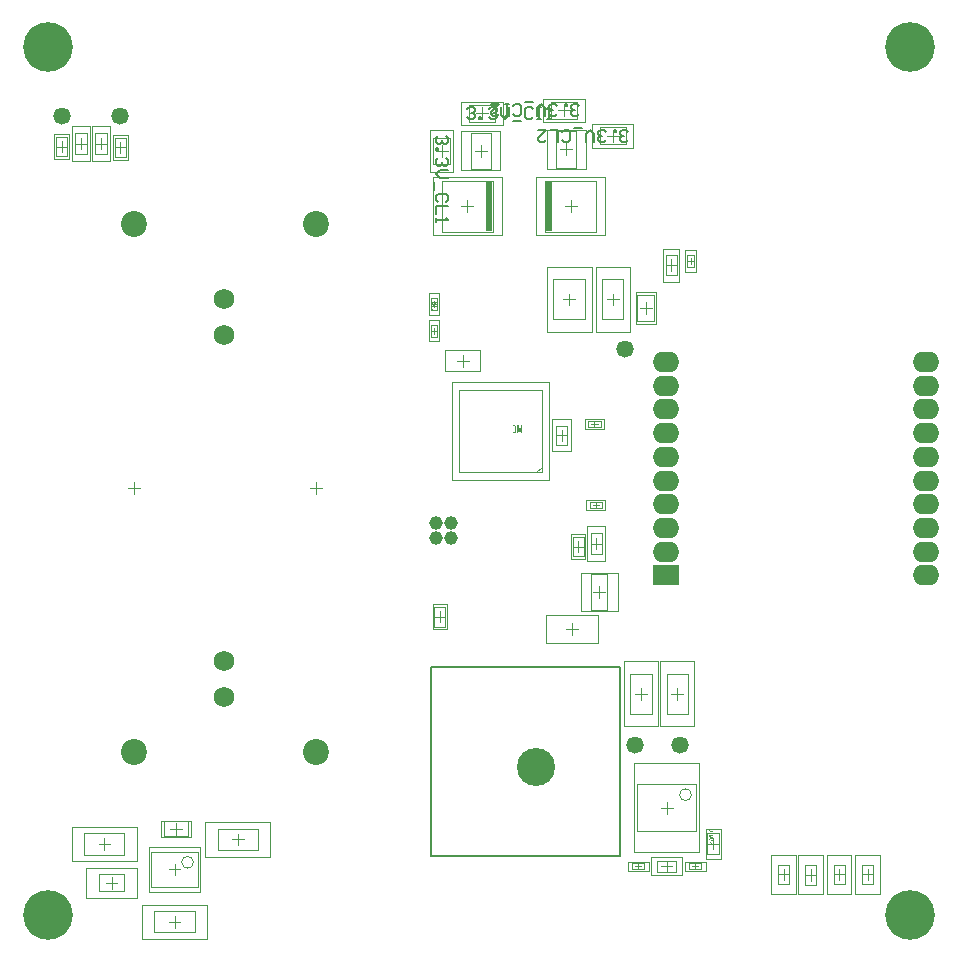
<source format=gbs>
G04*
G04 #@! TF.GenerationSoftware,Altium Limited,CircuitMaker,2.2.1 (2.2.1.6)*
G04*
G04 Layer_Color=8150272*
%FSLAX42Y42*%
%MOMM*%
G71*
G04*
G04 #@! TF.SameCoordinates,594ED0CD-E859-4A23-B6EA-3589AB250A5C*
G04*
G04*
G04 #@! TF.FilePolarity,Negative*
G04*
G01*
G75*
%ADD10C,0.10*%
%ADD14C,0.81*%
%ADD17C,0.13*%
%ADD19C,0.05*%
%ADD20C,0.12*%
%ADD21C,0.18*%
%ADD22C,0.03*%
%ADD23R,0.58X4.31*%
%ADD110C,4.20*%
%ADD111O,2.24X1.73*%
%ADD112R,2.24X1.73*%
%ADD113C,2.20*%
%ADD114C,1.73*%
%ADD115C,3.23*%
%ADD116C,1.15*%
%ADD117C,1.47*%
G36*
X6122Y8037D02*
X6122Y8037D01*
Y8036D01*
X6122Y8036D01*
X6122Y8035D01*
X6122Y8035D01*
X6122Y8034D01*
X6122Y8034D01*
Y8034D01*
X6122Y8034D01*
X6122Y8034D01*
X6122Y8034D01*
X6122Y8033D01*
X6121Y8033D01*
X6121Y8033D01*
X6121Y8032D01*
X6120Y8032D01*
X6120Y8032D01*
X6120Y8032D01*
X6120Y8032D01*
X6120Y8032D01*
X6119Y8032D01*
X6119Y8032D01*
X6119Y8032D01*
X6118Y8032D01*
X6118D01*
X6118D01*
X6118D01*
X6118Y8032D01*
X6118D01*
X6117Y8032D01*
X6117Y8032D01*
X6117Y8032D01*
X6116Y8032D01*
X6116Y8032D01*
X6115Y8032D01*
X6115Y8033D01*
X6115Y8033D01*
X6115Y8033D01*
X6115Y8033D01*
X6115Y8033D01*
X6115Y8033D01*
X6115Y8033D01*
X6115Y8033D01*
X6114Y8034D01*
X6114Y8034D01*
X6114Y8034D01*
X6114Y8035D01*
X6114Y8035D01*
X6114Y8035D01*
X6114Y8036D01*
X6114Y8036D01*
X6114Y8036D01*
X6114Y8036D01*
X6114Y8036D01*
X6113Y8036D01*
X6113Y8035D01*
X6113Y8035D01*
X6113Y8035D01*
X6113Y8035D01*
X6113Y8035D01*
X6113Y8034D01*
X6112Y8034D01*
X6112Y8034D01*
X6112Y8034D01*
X6111Y8033D01*
X6111Y8033D01*
X6106Y8030D01*
Y8033D01*
X6110Y8035D01*
X6110D01*
X6110Y8035D01*
X6110Y8035D01*
X6110Y8035D01*
X6110Y8035D01*
X6111Y8036D01*
X6111Y8036D01*
X6111Y8036D01*
X6112Y8036D01*
X6112Y8037D01*
X6112Y8037D01*
X6112Y8037D01*
X6112Y8037D01*
X6112Y8037D01*
X6113Y8037D01*
X6113Y8037D01*
X6113Y8038D01*
X6113Y8038D01*
X6113Y8038D01*
X6113Y8038D01*
X6113Y8038D01*
X6113Y8038D01*
X6113Y8039D01*
Y8039D01*
X6113Y8039D01*
Y8039D01*
X6113Y8039D01*
Y8039D01*
X6114Y8039D01*
Y8042D01*
X6106D01*
Y8044D01*
X6122D01*
Y8037D01*
D02*
G37*
G36*
X6118Y8027D02*
X6118Y8027D01*
X6119Y8027D01*
X6119Y8027D01*
X6119Y8027D01*
X6119Y8027D01*
X6119Y8027D01*
X6119Y8026D01*
X6120Y8026D01*
X6120Y8025D01*
X6120Y8025D01*
X6120Y8025D01*
X6120Y8025D01*
X6121Y8024D01*
X6121Y8024D01*
X6121Y8024D01*
X6121Y8024D01*
X6122Y8023D01*
X6122Y8023D01*
X6123Y8023D01*
Y8022D01*
X6106D01*
Y8024D01*
X6119D01*
X6119Y8024D01*
X6119Y8024D01*
X6119Y8024D01*
X6119Y8024D01*
X6118Y8024D01*
X6118Y8025D01*
X6118Y8025D01*
X6118Y8025D01*
X6118Y8025D01*
X6117Y8026D01*
X6117Y8026D01*
X6117Y8026D01*
X6117Y8026D01*
X6117Y8027D01*
X6117Y8027D01*
X6117Y8027D01*
X6118D01*
Y8027D01*
D02*
G37*
G36*
X6103Y8005D02*
X6102D01*
Y8018D01*
X6103D01*
Y8005D01*
D02*
G37*
G36*
X6122Y7992D02*
X6121D01*
Y8001D01*
X6116D01*
Y7994D01*
X6114D01*
Y8001D01*
X6106D01*
Y8003D01*
X6122D01*
Y7992D01*
D02*
G37*
G36*
X6115Y7990D02*
X6115D01*
X6115Y7990D01*
X6115Y7990D01*
X6116Y7990D01*
X6116Y7990D01*
X6117Y7990D01*
X6118Y7990D01*
X6119Y7989D01*
X6119D01*
X6119Y7989D01*
X6119Y7989D01*
X6119Y7989D01*
X6119Y7989D01*
X6119Y7989D01*
X6120Y7988D01*
X6120Y7988D01*
X6121Y7988D01*
X6121Y7987D01*
X6122Y7986D01*
Y7986D01*
X6122Y7986D01*
X6122Y7986D01*
X6122Y7986D01*
X6122Y7986D01*
X6122Y7986D01*
X6122Y7985D01*
X6122Y7985D01*
X6122Y7985D01*
X6122Y7985D01*
X6123Y7984D01*
X6123Y7983D01*
X6123Y7982D01*
Y7982D01*
X6123Y7982D01*
Y7982D01*
X6123Y7981D01*
X6123Y7981D01*
X6122Y7980D01*
X6122Y7980D01*
X6122Y7979D01*
Y7979D01*
X6122Y7979D01*
X6122Y7979D01*
X6122Y7979D01*
X6122Y7979D01*
X6122Y7978D01*
X6121Y7978D01*
X6121Y7978D01*
X6121Y7977D01*
X6121Y7977D01*
X6121Y7977D01*
X6120Y7977D01*
X6120Y7977D01*
X6120Y7976D01*
X6119Y7976D01*
X6119Y7976D01*
X6119Y7976D01*
X6118Y7976D01*
X6117Y7978D01*
X6117D01*
X6117Y7978D01*
X6118Y7978D01*
X6118Y7978D01*
X6118Y7978D01*
X6118Y7978D01*
X6119Y7978D01*
X6119Y7978D01*
X6119Y7978D01*
X6119Y7978D01*
X6119Y7979D01*
X6120Y7979D01*
X6120Y7979D01*
X6120Y7979D01*
X6120Y7979D01*
X6120Y7980D01*
X6120Y7980D01*
X6121Y7980D01*
X6121Y7980D01*
X6121Y7980D01*
X6121Y7981D01*
X6121Y7981D01*
X6121Y7981D01*
X6121Y7982D01*
X6121Y7982D01*
Y7982D01*
X6121Y7983D01*
X6121Y7983D01*
X6121Y7983D01*
X6121Y7984D01*
X6121Y7984D01*
X6120Y7985D01*
X6120Y7985D01*
X6120Y7985D01*
X6120Y7985D01*
X6120Y7985D01*
X6120Y7986D01*
X6120Y7986D01*
X6120Y7986D01*
X6119Y7986D01*
X6119Y7986D01*
X6119Y7986D01*
X6119Y7987D01*
X6119Y7987D01*
X6119Y7987D01*
X6118Y7987D01*
X6118Y7987D01*
X6118Y7987D01*
X6118D01*
X6118Y7987D01*
X6118Y7987D01*
X6117Y7987D01*
X6117Y7988D01*
X6117Y7988D01*
X6117Y7988D01*
X6116Y7988D01*
X6116Y7988D01*
X6115Y7988D01*
X6114Y7988D01*
X6114D01*
X6114D01*
X6114D01*
X6114D01*
X6114Y7988D01*
X6114Y7988D01*
X6113Y7988D01*
X6113Y7988D01*
X6112Y7988D01*
X6111Y7987D01*
X6111Y7987D01*
X6111D01*
X6111Y7987D01*
X6111Y7987D01*
X6111Y7987D01*
X6110Y7987D01*
X6110Y7987D01*
X6110Y7986D01*
X6109Y7986D01*
X6109Y7986D01*
X6109Y7985D01*
Y7985D01*
X6109Y7985D01*
X6109Y7985D01*
X6109Y7985D01*
X6109Y7985D01*
X6108Y7985D01*
X6108Y7984D01*
X6108Y7984D01*
X6108Y7983D01*
X6108Y7983D01*
X6108Y7982D01*
Y7982D01*
X6108Y7982D01*
X6108Y7981D01*
X6108Y7981D01*
X6108Y7980D01*
X6108Y7980D01*
X6109Y7979D01*
Y7979D01*
X6109Y7979D01*
X6109Y7979D01*
X6109Y7979D01*
X6109Y7979D01*
X6109Y7978D01*
X6109Y7978D01*
X6109Y7978D01*
X6110Y7977D01*
X6113D01*
Y7982D01*
X6115D01*
Y7975D01*
X6109D01*
X6109Y7975D01*
X6109Y7975D01*
X6108Y7976D01*
X6108Y7976D01*
X6108Y7976D01*
X6108Y7976D01*
X6108Y7976D01*
X6108Y7977D01*
X6107Y7977D01*
X6107Y7978D01*
X6107Y7979D01*
Y7979D01*
X6107Y7979D01*
X6107Y7979D01*
X6107Y7979D01*
X6107Y7979D01*
X6107Y7979D01*
X6106Y7980D01*
X6106Y7980D01*
X6106Y7981D01*
X6106Y7981D01*
X6106Y7982D01*
Y7982D01*
X6106Y7982D01*
Y7983D01*
X6106Y7983D01*
X6106Y7983D01*
X6106Y7983D01*
X6106Y7984D01*
X6107Y7985D01*
X6107Y7986D01*
X6107Y7986D01*
Y7986D01*
X6107Y7986D01*
X6107Y7986D01*
X6107Y7987D01*
X6107Y7987D01*
X6108Y7987D01*
X6108Y7987D01*
X6108Y7988D01*
X6109Y7988D01*
X6109Y7989D01*
X6110Y7989D01*
X6110D01*
X6110Y7989D01*
X6110Y7989D01*
X6110Y7989D01*
X6111Y7989D01*
X6111Y7989D01*
X6111Y7990D01*
X6111Y7990D01*
X6112Y7990D01*
X6112Y7990D01*
X6113Y7990D01*
X6113Y7990D01*
X6114Y7990D01*
X6114D01*
X6114D01*
X6115D01*
X6115Y7990D01*
D02*
G37*
G36*
X6864Y6929D02*
X6856D01*
X6846Y6955D01*
X6835Y6929D01*
X6827D01*
Y7000D01*
X6836D01*
X6836Y6949D01*
X6836Y6949D01*
X6845Y6972D01*
X6847D01*
X6856Y6949D01*
X6856Y6949D01*
X6855Y7000D01*
X6864D01*
Y6929D01*
D02*
G37*
G36*
X6800Y7000D02*
X6801D01*
X6802Y7000D01*
X6803Y7000D01*
X6804Y6999D01*
X6806Y6999D01*
X6807Y6998D01*
X6808Y6998D01*
X6809Y6997D01*
X6810Y6996D01*
X6811Y6994D01*
X6812Y6993D01*
X6813Y6991D01*
Y6991D01*
X6814Y6991D01*
X6814Y6990D01*
X6814Y6990D01*
X6814Y6989D01*
X6815Y6987D01*
X6815Y6986D01*
X6816Y6985D01*
X6816Y6983D01*
X6817Y6981D01*
X6817Y6979D01*
X6817Y6976D01*
X6818Y6974D01*
X6818Y6971D01*
X6818Y6968D01*
X6818Y6965D01*
Y6965D01*
Y6964D01*
Y6963D01*
X6818Y6962D01*
Y6961D01*
X6818Y6959D01*
X6818Y6957D01*
X6818Y6955D01*
X6817Y6951D01*
X6816Y6946D01*
X6815Y6942D01*
X6814Y6940D01*
X6813Y6938D01*
X6813Y6938D01*
X6813Y6938D01*
X6813Y6937D01*
X6812Y6937D01*
X6811Y6935D01*
X6810Y6933D01*
X6808Y6931D01*
X6805Y6930D01*
X6804Y6929D01*
X6802Y6929D01*
X6801Y6928D01*
X6799Y6928D01*
X6798D01*
X6797Y6929D01*
X6796Y6929D01*
X6795Y6929D01*
X6793Y6930D01*
X6791Y6931D01*
X6789Y6932D01*
Y6941D01*
X6790Y6941D01*
X6790Y6940D01*
X6791Y6940D01*
X6792Y6939D01*
X6794Y6938D01*
X6795Y6938D01*
X6797Y6937D01*
X6799Y6937D01*
X6799D01*
X6799Y6937D01*
X6800Y6937D01*
X6802Y6938D01*
X6803Y6938D01*
X6804Y6939D01*
X6805Y6940D01*
X6805Y6941D01*
X6806Y6942D01*
X6806Y6943D01*
Y6943D01*
X6806Y6944D01*
X6807Y6944D01*
X6807Y6944D01*
X6807Y6945D01*
X6807Y6946D01*
X6807Y6947D01*
X6808Y6948D01*
X6808Y6950D01*
X6808Y6951D01*
X6808Y6953D01*
X6808Y6955D01*
X6808Y6957D01*
X6809Y6959D01*
X6809Y6962D01*
Y6964D01*
Y6965D01*
Y6965D01*
Y6966D01*
Y6967D01*
X6809Y6968D01*
Y6969D01*
X6808Y6971D01*
X6808Y6973D01*
X6808Y6976D01*
X6808Y6980D01*
X6807Y6981D01*
X6807Y6983D01*
X6807Y6984D01*
X6806Y6986D01*
Y6986D01*
X6806Y6986D01*
X6806Y6987D01*
X6805Y6988D01*
X6804Y6989D01*
X6803Y6990D01*
X6802Y6991D01*
X6800Y6992D01*
X6799Y6992D01*
X6798Y6992D01*
X6798D01*
X6797Y6992D01*
X6797Y6992D01*
X6795Y6991D01*
X6794Y6991D01*
X6792Y6990D01*
X6791Y6989D01*
X6790Y6988D01*
X6789Y6987D01*
Y6997D01*
X6789Y6997D01*
X6789Y6997D01*
X6790Y6998D01*
X6792Y6999D01*
X6793Y6999D01*
X6795Y7000D01*
X6797Y7000D01*
X6799Y7001D01*
X6800D01*
X6800Y7000D01*
D02*
G37*
G36*
X8474Y3585D02*
X8474Y3585D01*
X8474Y3584D01*
X8475Y3584D01*
X8475Y3584D01*
X8476Y3584D01*
X8476Y3584D01*
X8478Y3583D01*
X8479Y3582D01*
X8480Y3582D01*
X8480Y3581D01*
X8481Y3581D01*
X8481Y3580D01*
X8481Y3580D01*
X8482Y3580D01*
X8482Y3580D01*
X8482Y3579D01*
X8482Y3579D01*
X8482Y3579D01*
X8483Y3578D01*
X8483Y3578D01*
X8483Y3577D01*
X8483Y3576D01*
X8484Y3576D01*
X8484Y3575D01*
X8484Y3574D01*
X8484Y3573D01*
X8484Y3572D01*
X8484Y3571D01*
Y3571D01*
X8484Y3571D01*
Y3570D01*
X8484Y3570D01*
X8484Y3569D01*
X8484Y3568D01*
X8484Y3567D01*
X8483Y3566D01*
X8483Y3564D01*
X8482Y3564D01*
X8482Y3563D01*
X8482Y3563D01*
X8482Y3563D01*
X8482Y3563D01*
X8482Y3562D01*
X8481Y3562D01*
X8481Y3562D01*
X8481Y3562D01*
X8481Y3561D01*
X8480Y3561D01*
X8480Y3560D01*
X8479Y3560D01*
X8477Y3559D01*
X8476Y3558D01*
X8476D01*
X8476Y3558D01*
X8476Y3558D01*
X8475Y3558D01*
X8475Y3558D01*
X8474Y3558D01*
X8474Y3557D01*
X8473Y3557D01*
X8473Y3557D01*
X8472Y3557D01*
X8471Y3557D01*
X8469Y3556D01*
X8467Y3556D01*
X8467D01*
X8467D01*
X8467D01*
X8467Y3556D01*
X8466D01*
X8466Y3556D01*
X8465Y3557D01*
X8464Y3557D01*
X8463Y3557D01*
X8462Y3557D01*
X8460Y3558D01*
X8459Y3558D01*
X8459Y3558D01*
X8458Y3558D01*
X8458Y3558D01*
X8458Y3559D01*
X8458Y3559D01*
X8457Y3559D01*
X8457Y3560D01*
X8456Y3560D01*
X8455Y3561D01*
X8454Y3562D01*
X8453Y3564D01*
X8453Y3564D01*
X8453Y3564D01*
X8453Y3564D01*
X8453Y3564D01*
X8453Y3565D01*
X8452Y3565D01*
X8452Y3565D01*
X8452Y3566D01*
X8452Y3567D01*
X8452Y3567D01*
X8451Y3568D01*
X8451Y3570D01*
X8451Y3571D01*
Y3572D01*
X8451Y3572D01*
X8451Y3573D01*
X8451Y3573D01*
X8451Y3574D01*
X8451Y3574D01*
X8452Y3576D01*
X8452Y3577D01*
X8452Y3578D01*
X8453Y3578D01*
X8453Y3579D01*
X8454Y3580D01*
X8454Y3580D01*
X8454Y3580D01*
X8454Y3580D01*
X8454Y3580D01*
X8454Y3580D01*
X8455Y3581D01*
X8455Y3581D01*
X8455Y3581D01*
X8456Y3582D01*
X8456Y3582D01*
X8457Y3583D01*
X8457Y3583D01*
X8458Y3583D01*
X8459Y3584D01*
X8460Y3584D01*
X8460Y3584D01*
X8461Y3580D01*
X8461D01*
X8461Y3580D01*
X8461Y3580D01*
X8461Y3580D01*
X8461Y3580D01*
X8460Y3580D01*
X8459Y3579D01*
X8459Y3579D01*
X8458Y3578D01*
X8457Y3577D01*
X8456Y3577D01*
X8456Y3577D01*
X8456Y3576D01*
X8456Y3576D01*
X8455Y3575D01*
X8455Y3574D01*
X8455Y3574D01*
X8455Y3573D01*
X8455Y3571D01*
Y3571D01*
X8455Y3571D01*
Y3570D01*
X8455Y3570D01*
X8455Y3569D01*
X8455Y3568D01*
X8455Y3567D01*
X8456Y3566D01*
X8456Y3565D01*
Y3565D01*
X8457Y3565D01*
X8457Y3565D01*
X8457Y3564D01*
X8458Y3564D01*
X8458Y3563D01*
X8459Y3563D01*
X8460Y3562D01*
X8461Y3562D01*
X8461D01*
X8461Y3562D01*
X8462Y3562D01*
X8462Y3562D01*
X8462Y3561D01*
X8462Y3561D01*
X8463Y3561D01*
X8464Y3561D01*
X8465Y3561D01*
X8466Y3561D01*
X8467Y3561D01*
X8467D01*
X8468D01*
X8468D01*
X8468D01*
X8468Y3561D01*
X8469D01*
X8469Y3561D01*
X8470Y3561D01*
X8471Y3561D01*
X8472Y3561D01*
X8473Y3562D01*
X8474Y3562D01*
X8475D01*
X8475Y3562D01*
X8475Y3562D01*
X8475Y3562D01*
X8476Y3562D01*
X8476Y3563D01*
X8477Y3563D01*
X8478Y3564D01*
X8478Y3565D01*
X8479Y3566D01*
Y3566D01*
X8479Y3566D01*
X8479Y3566D01*
X8479Y3566D01*
X8479Y3566D01*
X8480Y3567D01*
X8480Y3567D01*
X8480Y3568D01*
X8480Y3569D01*
X8481Y3570D01*
X8481Y3571D01*
Y3571D01*
X8481Y3572D01*
Y3572D01*
X8480Y3572D01*
X8480Y3573D01*
X8480Y3574D01*
X8480Y3575D01*
X8479Y3576D01*
X8479Y3577D01*
X8479Y3577D01*
X8478Y3577D01*
X8478Y3577D01*
X8478Y3577D01*
X8478Y3577D01*
X8478Y3578D01*
X8478Y3578D01*
X8477Y3578D01*
X8477Y3578D01*
X8477Y3579D01*
X8476Y3579D01*
X8476Y3579D01*
X8475Y3580D01*
X8474Y3580D01*
X8474Y3580D01*
X8473Y3580D01*
X8472Y3580D01*
X8473Y3585D01*
X8474D01*
X8474Y3585D01*
D02*
G37*
G36*
X8492Y3529D02*
X8490D01*
Y3555D01*
X8492D01*
Y3529D01*
D02*
G37*
G36*
X8474Y3527D02*
X8474Y3527D01*
X8474Y3527D01*
X8475Y3527D01*
X8475Y3527D01*
X8477Y3527D01*
X8478Y3526D01*
X8478Y3526D01*
X8479Y3526D01*
X8480Y3525D01*
X8480Y3525D01*
X8480Y3525D01*
X8480Y3525D01*
X8481Y3525D01*
X8481Y3524D01*
X8481Y3524D01*
X8482Y3524D01*
X8482Y3523D01*
X8482Y3523D01*
X8483Y3522D01*
X8483Y3522D01*
X8483Y3521D01*
X8484Y3520D01*
X8484Y3519D01*
X8484Y3518D01*
X8484Y3518D01*
X8484Y3517D01*
Y3516D01*
X8484Y3516D01*
X8484Y3515D01*
X8484Y3515D01*
X8484Y3515D01*
X8484Y3514D01*
X8484Y3513D01*
X8483Y3512D01*
X8483Y3511D01*
X8483Y3510D01*
X8482Y3510D01*
X8482Y3509D01*
X8482Y3509D01*
X8482Y3509D01*
X8481Y3509D01*
X8481Y3509D01*
X8481Y3509D01*
X8481Y3509D01*
X8480Y3508D01*
X8480Y3508D01*
X8480Y3508D01*
X8479Y3507D01*
X8478Y3507D01*
X8477Y3507D01*
X8476Y3506D01*
X8475Y3506D01*
X8475Y3510D01*
X8475D01*
X8475D01*
X8475Y3510D01*
X8475Y3510D01*
X8476Y3511D01*
X8477Y3511D01*
X8477Y3511D01*
X8478Y3511D01*
X8479Y3512D01*
X8479Y3512D01*
X8479Y3513D01*
X8480Y3513D01*
X8480Y3513D01*
X8480Y3514D01*
X8480Y3514D01*
X8481Y3515D01*
X8481Y3516D01*
X8481Y3517D01*
Y3517D01*
X8481Y3517D01*
X8481Y3518D01*
X8481Y3518D01*
X8480Y3519D01*
X8480Y3520D01*
X8479Y3521D01*
X8479Y3521D01*
X8479Y3521D01*
X8479Y3521D01*
X8479Y3521D01*
X8479Y3522D01*
X8478Y3522D01*
X8478Y3522D01*
X8477Y3522D01*
X8476Y3523D01*
X8476Y3523D01*
X8474Y3523D01*
X8474Y3523D01*
X8473D01*
X8473D01*
X8473D01*
X8473D01*
X8473Y3523D01*
X8472D01*
X8472Y3523D01*
X8471Y3523D01*
X8470Y3523D01*
X8469Y3523D01*
X8469Y3522D01*
X8468Y3521D01*
X8468D01*
X8468Y3521D01*
X8468Y3521D01*
X8467Y3521D01*
X8467Y3520D01*
X8466Y3519D01*
X8466Y3519D01*
X8466Y3518D01*
X8466Y3517D01*
Y3516D01*
X8466Y3516D01*
X8466Y3515D01*
X8466Y3515D01*
X8466Y3514D01*
X8466Y3514D01*
X8467Y3513D01*
X8467Y3513D01*
X8467Y3513D01*
X8467Y3513D01*
X8467Y3512D01*
X8468Y3512D01*
X8468Y3511D01*
X8468Y3511D01*
X8469Y3511D01*
X8468Y3507D01*
X8452Y3510D01*
Y3526D01*
X8456D01*
Y3513D01*
X8464Y3511D01*
X8464Y3512D01*
X8464Y3512D01*
X8464Y3512D01*
X8464Y3512D01*
X8464Y3512D01*
X8464Y3513D01*
X8463Y3513D01*
X8463Y3514D01*
X8463Y3515D01*
X8462Y3516D01*
X8462Y3517D01*
Y3518D01*
X8462Y3518D01*
X8462Y3519D01*
X8463Y3519D01*
X8463Y3519D01*
X8463Y3520D01*
X8463Y3521D01*
X8463Y3522D01*
X8464Y3522D01*
X8464Y3523D01*
X8464Y3523D01*
X8465Y3524D01*
X8465Y3525D01*
X8465Y3525D01*
X8465Y3525D01*
X8466Y3525D01*
X8466Y3525D01*
X8466Y3525D01*
X8466Y3526D01*
X8467Y3526D01*
X8467Y3526D01*
X8468Y3526D01*
X8468Y3527D01*
X8469Y3527D01*
X8470Y3527D01*
X8470Y3527D01*
X8471Y3527D01*
X8472Y3527D01*
X8473Y3528D01*
X8473D01*
X8473D01*
X8473D01*
X8474Y3527D01*
D02*
G37*
G36*
X8475Y3502D02*
X8476Y3502D01*
X8476Y3502D01*
X8476Y3502D01*
X8477Y3502D01*
X8478Y3502D01*
X8479Y3502D01*
X8479Y3501D01*
X8480Y3501D01*
X8480Y3501D01*
X8481Y3500D01*
X8481Y3500D01*
X8481Y3499D01*
X8482Y3499D01*
X8482Y3499D01*
X8482Y3499D01*
X8482Y3499D01*
X8482Y3498D01*
X8482Y3498D01*
X8483Y3497D01*
X8483Y3497D01*
X8483Y3496D01*
X8484Y3496D01*
X8484Y3495D01*
X8484Y3494D01*
X8484Y3494D01*
X8484Y3493D01*
X8484Y3492D01*
Y3491D01*
X8484Y3491D01*
X8484Y3491D01*
X8484Y3490D01*
X8484Y3490D01*
X8484Y3489D01*
X8483Y3488D01*
X8483Y3487D01*
X8483Y3487D01*
X8483Y3486D01*
X8482Y3485D01*
X8482Y3485D01*
X8481Y3484D01*
X8481Y3484D01*
X8481Y3484D01*
X8481Y3484D01*
X8481Y3484D01*
X8481Y3484D01*
X8480Y3483D01*
X8480Y3483D01*
X8479Y3483D01*
X8479Y3483D01*
X8478Y3482D01*
X8477Y3482D01*
X8477Y3482D01*
X8476Y3482D01*
X8475Y3481D01*
X8474Y3481D01*
X8474D01*
X8474D01*
X8474D01*
X8474Y3481D01*
X8474D01*
X8473Y3481D01*
X8473Y3482D01*
X8472Y3482D01*
X8471Y3482D01*
X8470Y3482D01*
X8469Y3483D01*
X8469D01*
X8469Y3483D01*
X8469Y3483D01*
X8468Y3484D01*
X8468Y3484D01*
X8468Y3485D01*
X8467Y3486D01*
X8467Y3486D01*
X8466Y3487D01*
Y3487D01*
X8466Y3487D01*
X8466Y3487D01*
X8466Y3487D01*
X8466Y3487D01*
X8466Y3486D01*
X8465Y3485D01*
X8465Y3485D01*
X8464Y3484D01*
X8464Y3484D01*
X8464Y3484D01*
X8463Y3484D01*
X8463Y3483D01*
X8463Y3483D01*
X8462Y3483D01*
X8461Y3483D01*
X8461Y3483D01*
X8460Y3483D01*
X8460D01*
X8460D01*
X8459D01*
X8459Y3483D01*
X8459Y3483D01*
X8458Y3483D01*
X8458Y3483D01*
X8457Y3483D01*
X8456Y3484D01*
X8455Y3484D01*
X8455Y3484D01*
X8454Y3485D01*
X8454Y3485D01*
X8454Y3485D01*
X8454Y3485D01*
X8454Y3485D01*
X8454Y3486D01*
X8453Y3486D01*
X8453Y3486D01*
X8453Y3487D01*
X8453Y3487D01*
X8452Y3487D01*
X8452Y3488D01*
X8452Y3488D01*
X8452Y3489D01*
X8452Y3490D01*
X8452Y3491D01*
X8451Y3492D01*
Y3492D01*
X8452Y3493D01*
X8452Y3493D01*
X8452Y3493D01*
X8452Y3494D01*
X8452Y3494D01*
X8452Y3495D01*
X8452Y3496D01*
X8453Y3497D01*
X8453Y3498D01*
X8454Y3498D01*
X8454Y3499D01*
X8454Y3499D01*
X8454Y3499D01*
X8454Y3499D01*
X8454Y3499D01*
X8455Y3499D01*
X8455Y3499D01*
X8456Y3500D01*
X8456Y3500D01*
X8457Y3501D01*
X8459Y3501D01*
X8459Y3501D01*
X8460Y3501D01*
X8460D01*
X8460D01*
X8460D01*
X8461Y3501D01*
X8461Y3501D01*
X8462Y3501D01*
X8462Y3501D01*
X8463Y3500D01*
X8464Y3500D01*
X8464Y3500D01*
X8464Y3500D01*
X8464Y3499D01*
X8465Y3499D01*
X8465Y3499D01*
X8466Y3498D01*
X8466Y3497D01*
X8466Y3496D01*
Y3496D01*
X8466Y3497D01*
X8466Y3497D01*
X8466Y3497D01*
X8467Y3497D01*
X8467Y3498D01*
X8468Y3499D01*
X8468Y3500D01*
X8469Y3500D01*
X8469Y3501D01*
X8469D01*
X8469Y3501D01*
X8470Y3501D01*
X8470Y3501D01*
X8471Y3502D01*
X8472Y3502D01*
X8472Y3502D01*
X8473Y3502D01*
X8474Y3502D01*
X8475D01*
X8475D01*
X8475D01*
X8475Y3502D01*
D02*
G37*
G36*
X8476Y3473D02*
X8484D01*
Y3469D01*
X8476D01*
Y3455D01*
X8472D01*
X8452Y3470D01*
Y3473D01*
X8472D01*
Y3477D01*
X8476D01*
Y3473D01*
D02*
G37*
%LPC*%
G36*
X6121Y8042D02*
X6115D01*
Y8037D01*
X6115Y8037D01*
Y8037D01*
X6115Y8036D01*
X6115Y8036D01*
X6116Y8036D01*
X6116Y8035D01*
X6116Y8035D01*
X6116Y8035D01*
X6116Y8035D01*
X6116Y8035D01*
X6116Y8035D01*
X6116Y8035D01*
X6116Y8034D01*
X6117Y8034D01*
X6117Y8034D01*
X6117Y8034D01*
X6117Y8034D01*
X6117Y8034D01*
X6117Y8034D01*
X6117Y8034D01*
X6118Y8034D01*
X6118Y8034D01*
X6118D01*
X6118D01*
X6118D01*
X6118Y8034D01*
X6119Y8034D01*
X6119Y8034D01*
X6119Y8034D01*
X6120Y8034D01*
X6120Y8035D01*
X6120Y8035D01*
X6120Y8035D01*
X6120Y8035D01*
X6120Y8035D01*
X6120Y8036D01*
X6121Y8036D01*
X6121Y8037D01*
X6121Y8037D01*
Y8042D01*
D02*
G37*
G36*
X8460Y3497D02*
X8460D01*
X8460D01*
X8459D01*
X8459Y3497D01*
X8459Y3497D01*
X8458Y3497D01*
X8457Y3496D01*
X8457Y3496D01*
X8456Y3496D01*
X8456Y3496D01*
X8456Y3495D01*
X8456Y3495D01*
X8455Y3495D01*
X8455Y3494D01*
X8455Y3493D01*
X8455Y3493D01*
X8455Y3492D01*
Y3492D01*
X8455Y3491D01*
X8455Y3491D01*
X8455Y3490D01*
X8455Y3489D01*
X8456Y3489D01*
X8456Y3488D01*
X8456Y3488D01*
X8456Y3488D01*
X8457Y3488D01*
X8457Y3487D01*
X8458Y3487D01*
X8458Y3487D01*
X8459Y3487D01*
X8460Y3487D01*
X8460D01*
X8460D01*
X8460Y3487D01*
X8460Y3487D01*
X8461Y3487D01*
X8462Y3487D01*
X8462Y3487D01*
X8463Y3488D01*
X8463Y3488D01*
X8463Y3488D01*
X8464Y3488D01*
X8464Y3489D01*
X8464Y3489D01*
X8464Y3490D01*
X8465Y3490D01*
X8465Y3491D01*
X8465Y3492D01*
Y3492D01*
X8465Y3492D01*
X8465Y3493D01*
X8465Y3493D01*
X8464Y3494D01*
X8464Y3494D01*
X8464Y3495D01*
X8463Y3496D01*
X8463Y3496D01*
X8463Y3496D01*
X8463Y3496D01*
X8462Y3496D01*
X8462Y3497D01*
X8461Y3497D01*
X8461Y3497D01*
X8460Y3497D01*
D02*
G37*
G36*
X8475Y3498D02*
X8474D01*
X8474D01*
X8474D01*
X8474Y3498D01*
X8474Y3498D01*
X8473Y3498D01*
X8472Y3498D01*
X8471Y3498D01*
X8471Y3497D01*
X8470Y3497D01*
X8470Y3496D01*
X8470Y3496D01*
X8469Y3496D01*
X8469Y3495D01*
X8469Y3495D01*
X8468Y3494D01*
X8468Y3493D01*
X8468Y3492D01*
Y3491D01*
X8468Y3491D01*
X8468Y3491D01*
X8468Y3490D01*
X8468Y3489D01*
X8469Y3489D01*
X8469Y3488D01*
X8470Y3487D01*
X8470Y3487D01*
X8470Y3487D01*
X8471Y3487D01*
X8471Y3486D01*
X8472Y3486D01*
X8473Y3486D01*
X8473Y3485D01*
X8474Y3485D01*
X8474D01*
X8475D01*
X8475Y3485D01*
X8475Y3485D01*
X8476Y3486D01*
X8476Y3486D01*
X8477Y3486D01*
X8478Y3486D01*
X8478Y3486D01*
X8478Y3486D01*
X8478Y3486D01*
X8479Y3487D01*
X8479Y3487D01*
X8479Y3487D01*
X8480Y3488D01*
X8480Y3488D01*
X8480Y3489D01*
X8480Y3489D01*
X8480Y3489D01*
X8481Y3490D01*
X8481Y3490D01*
X8481Y3491D01*
X8481Y3491D01*
X8481Y3492D01*
Y3492D01*
X8481Y3492D01*
X8481Y3493D01*
X8481Y3494D01*
X8480Y3494D01*
X8480Y3495D01*
X8480Y3496D01*
X8479Y3497D01*
X8479Y3497D01*
X8479Y3497D01*
X8478Y3497D01*
X8478Y3497D01*
X8477Y3498D01*
X8476Y3498D01*
X8476Y3498D01*
X8475Y3498D01*
D02*
G37*
G36*
X8472Y3469D02*
X8458D01*
X8472Y3459D01*
Y3469D01*
D02*
G37*
%LPD*%
D10*
X6331Y6599D02*
X7031D01*
X6331D02*
Y7299D01*
X7031D01*
Y6599D02*
Y7299D01*
X6981Y6599D02*
X7031Y6649D01*
X3836Y3519D02*
X4036D01*
X3836D02*
Y3644D01*
X4036D01*
Y3519D02*
Y3644D01*
X3936Y3541D02*
Y3621D01*
X3896Y3581D02*
X3976D01*
X8420Y3328D02*
X8547D01*
Y3582D01*
X8420D02*
X8547D01*
X8420Y3328D02*
Y3582D01*
X4084Y3299D02*
G03*
X4084Y3299I-50J0D01*
G01*
X8300Y3870D02*
G03*
X8300Y3870I-50J0D01*
G01*
X4036Y3519D02*
Y3644D01*
X3836Y3519D02*
Y3644D01*
Y3519D02*
X4036D01*
X3836Y3644D02*
X4036D01*
X3754Y2704D02*
X4094D01*
X3754Y2884D02*
X4094D01*
Y2704D02*
Y2884D01*
X3754Y2704D02*
Y2884D01*
X3280Y3197D02*
X3500D01*
X3280Y3052D02*
X3500D01*
X3280D02*
Y3197D01*
X3500Y3052D02*
Y3197D01*
X3160Y3364D02*
X3500D01*
X3160Y3544D02*
X3500D01*
Y3364D02*
Y3544D01*
X3160Y3364D02*
Y3544D01*
X4290Y3583D02*
X4630D01*
X4290Y3403D02*
X4630D01*
X4290D02*
Y3583D01*
X4630Y3403D02*
Y3583D01*
X3724Y3089D02*
Y3388D01*
X4124Y3089D02*
Y3388D01*
X3724Y3089D02*
X4124D01*
X3724Y3388D02*
X4124D01*
X9744Y3279D02*
X9839D01*
X9744Y3114D02*
X9839D01*
Y3279D01*
X9744Y3114D02*
Y3279D01*
X9033D02*
X9128D01*
X9033Y3114D02*
X9128D01*
Y3279D01*
X9033Y3114D02*
Y3279D01*
X9503D02*
X9598D01*
X9503Y3114D02*
X9598D01*
Y3279D01*
X9503Y3114D02*
Y3279D01*
X9262Y3274D02*
X9357D01*
X9262Y3109D02*
X9357D01*
Y3274D01*
X9262Y3109D02*
Y3274D01*
X8532Y3368D02*
Y3543D01*
X8436Y3368D02*
Y3543D01*
X8532D01*
X8436Y3368D02*
X8532D01*
X8281Y3240D02*
X8381D01*
X8281Y3290D02*
X8381D01*
X8281Y3240D02*
Y3290D01*
X8381Y3240D02*
Y3290D01*
X8007Y3217D02*
Y3312D01*
X8172Y3217D02*
Y3312D01*
X8007D02*
X8172D01*
X8007Y3217D02*
X8172D01*
X7799Y3240D02*
X7899D01*
X7799Y3290D02*
X7899D01*
X7799Y3240D02*
Y3290D01*
X7899Y3240D02*
Y3290D01*
X6121Y5294D02*
Y5459D01*
X6216Y5294D02*
Y5459D01*
X6121Y5294D02*
X6216D01*
X6121Y5459D02*
X6216D01*
X2919Y9440D02*
X3014D01*
X2919Y9275D02*
X3014D01*
Y9440D01*
X2919Y9275D02*
Y9440D01*
X3084Y9295D02*
X3180D01*
X3084Y9470D02*
X3180D01*
X3084Y9295D02*
Y9470D01*
X3180Y9295D02*
Y9470D01*
X7446Y5909D02*
X7542D01*
X7446Y6084D02*
X7542D01*
X7446Y5909D02*
Y6084D01*
X7542Y5909D02*
Y6084D01*
X7294Y6054D02*
X7389D01*
X7294Y5889D02*
X7389D01*
Y6054D01*
X7294Y5889D02*
Y6054D01*
X7840Y3560D02*
Y3960D01*
X8340Y3560D02*
Y3960D01*
X7840Y3560D02*
X8340D01*
X7840Y3960D02*
X8340D01*
X3254Y9297D02*
X3350D01*
X3254Y9472D02*
X3350D01*
X3254Y9297D02*
Y9472D01*
X3350Y9297D02*
Y9472D01*
X3418Y9433D02*
X3513D01*
X3418Y9268D02*
X3513D01*
Y9433D01*
X3418Y9268D02*
Y9433D01*
X8266Y8338D02*
X8321D01*
X8266Y8443D02*
X8321D01*
X8266Y8338D02*
Y8443D01*
X8321Y8338D02*
Y8443D01*
X8175Y8268D02*
Y8443D01*
X8081Y8268D02*
Y8443D01*
X8175D01*
X8081Y8268D02*
X8175D01*
X7448Y5438D02*
X7588D01*
X7448Y5738D02*
X7588D01*
Y5438D02*
Y5738D01*
X7448Y5438D02*
Y5738D01*
X6094Y7850D02*
X6149D01*
X6094Y7745D02*
X6149D01*
Y7850D01*
X6094Y7745D02*
Y7850D01*
X8269Y4554D02*
Y4894D01*
X8089Y4554D02*
Y4894D01*
X8269D01*
X8089Y4554D02*
X8269D01*
X7964D02*
Y4894D01*
X7784Y4554D02*
Y4894D01*
X7964D01*
X7784Y4554D02*
X7964D01*
X7154Y9179D02*
X7324D01*
X7154Y9489D02*
X7324D01*
Y9179D02*
Y9489D01*
X7154Y9179D02*
Y9489D01*
X7543Y8235D02*
X7723D01*
X7543Y7894D02*
X7723D01*
Y8235D01*
X7543Y7894D02*
Y8235D01*
X7129Y7894D02*
Y8235D01*
X7399Y7894D02*
Y8235D01*
X7129Y7894D02*
X7399D01*
X7129Y8235D02*
X7399D01*
X7153Y6830D02*
X7248D01*
X7153Y6995D02*
X7248D01*
X7153Y6830D02*
Y6995D01*
X7248Y6830D02*
Y6995D01*
X7531Y6983D02*
Y7038D01*
X7426Y6983D02*
Y7038D01*
Y6983D02*
X7531D01*
X7426Y7038D02*
X7531D01*
X7439Y6297D02*
Y6352D01*
X7544Y6297D02*
Y6352D01*
X7439D02*
X7544D01*
X7439Y6297D02*
X7544D01*
X7062Y8636D02*
Y9067D01*
X7493Y8636D02*
Y9067D01*
X7062D02*
X7493D01*
X7062Y8636D02*
X7493D01*
X7840Y7878D02*
Y8098D01*
X7985Y7878D02*
Y8098D01*
X7840Y7878D02*
X7985D01*
X7840Y8098D02*
X7985D01*
X7331Y9592D02*
Y9737D01*
X7110Y9592D02*
Y9737D01*
Y9592D02*
X7331D01*
X7110Y9737D02*
X7331D01*
X7743Y9376D02*
Y9521D01*
X7522Y9376D02*
Y9521D01*
Y9376D02*
X7743D01*
X7522Y9521D02*
X7743D01*
X6417Y9567D02*
Y9712D01*
X6638Y9567D02*
Y9712D01*
X6417D02*
X6638D01*
X6417Y9567D02*
X6638D01*
X6616Y8636D02*
Y9067D01*
X6185Y8636D02*
Y9067D01*
Y8636D02*
X6616D01*
X6185Y9067D02*
X6616D01*
X6112Y9432D02*
X6257D01*
X6112Y9211D02*
X6257D01*
Y9432D01*
X6112Y9211D02*
Y9432D01*
X6600Y9167D02*
Y9477D01*
X6430Y9167D02*
Y9477D01*
Y9167D02*
X6600D01*
X6430Y9477D02*
X6600D01*
X5068Y6464D02*
X5168D01*
X5118Y6414D02*
Y6514D01*
X3531Y6464D02*
X3631D01*
X3581Y6414D02*
Y6514D01*
X3886Y3581D02*
X3986D01*
X3936Y3531D02*
Y3631D01*
X3924Y2744D02*
Y2844D01*
X3874Y2794D02*
X3974D01*
X3390Y3074D02*
Y3174D01*
X3340Y3124D02*
X3440D01*
X3330Y3404D02*
Y3504D01*
X3280Y3454D02*
X3380D01*
X4460Y3442D02*
Y3542D01*
X4410Y3492D02*
X4510D01*
X3874Y3238D02*
X3974D01*
X3924Y3189D02*
Y3288D01*
X9792Y3149D02*
Y3244D01*
X9744Y3196D02*
X9839D01*
X9081Y3149D02*
Y3244D01*
X9033Y3196D02*
X9128D01*
X9550Y3149D02*
Y3244D01*
X9503Y3196D02*
X9598D01*
X9309Y3144D02*
Y3239D01*
X9262Y3192D02*
X9357D01*
X8436Y3455D02*
X8532D01*
X8484Y3407D02*
Y3503D01*
X8547Y3328D02*
Y3582D01*
X8420Y3328D02*
Y3582D01*
X8547D01*
X8420Y3328D02*
X8547D01*
X8331Y3240D02*
Y3290D01*
X8306Y3265D02*
X8356D01*
X8042D02*
X8137D01*
X8090Y3217D02*
Y3312D01*
X7849Y3240D02*
Y3290D01*
X7824Y3265D02*
X7874D01*
X6121Y5376D02*
X6216D01*
X6169Y5329D02*
Y5424D01*
X2967Y9310D02*
Y9405D01*
X2919Y9357D02*
X3014D01*
X3132Y9335D02*
Y9431D01*
X3084Y9383D02*
X3180D01*
X7494Y5949D02*
Y6045D01*
X7446Y5997D02*
X7542D01*
X7342Y5924D02*
Y6019D01*
X7294Y5971D02*
X7389D01*
X8040Y3760D02*
X8140D01*
X8090Y3710D02*
Y3810D01*
X3302Y9336D02*
Y9432D01*
X3254Y9384D02*
X3350D01*
X3466Y9303D02*
Y9398D01*
X3418Y9351D02*
X3513D01*
X8293Y8363D02*
Y8418D01*
X8266Y8390D02*
X8321D01*
X8081Y8355D02*
X8175D01*
X8128Y8308D02*
Y8403D01*
X7518Y5538D02*
Y5638D01*
X7468Y5588D02*
X7568D01*
X6121Y7770D02*
Y7825D01*
X6094Y7798D02*
X6149D01*
X7290Y5221D02*
Y5321D01*
X7240Y5271D02*
X7340D01*
X8129Y4724D02*
X8229D01*
X8179Y4674D02*
Y4774D01*
X7824Y4724D02*
X7924D01*
X7874Y4674D02*
Y4774D01*
X7239Y9285D02*
Y9385D01*
X7189Y9335D02*
X7289D01*
X6313Y7544D02*
X6413D01*
X6363Y7494D02*
Y7594D01*
X7633Y8014D02*
Y8114D01*
X7583Y8064D02*
X7683D01*
X7214D02*
X7314D01*
X7264Y8014D02*
Y8114D01*
X7201Y6865D02*
Y6960D01*
X7153Y6913D02*
X7248D01*
X7451Y7010D02*
X7506D01*
X7479Y6983D02*
Y7038D01*
X7464Y6325D02*
X7519D01*
X7491Y6297D02*
Y6352D01*
X6985Y8607D02*
Y9097D01*
X7570Y8607D02*
Y9097D01*
X6985D02*
X7570D01*
X6985Y8607D02*
X7570D01*
X7227Y8852D02*
X7327D01*
X7277Y8802D02*
Y8902D01*
X7862Y7988D02*
X7962D01*
X7912Y7938D02*
Y8038D01*
X7170Y9665D02*
X7270D01*
X7220Y9615D02*
Y9715D01*
X7583Y9449D02*
X7683D01*
X7633Y9399D02*
Y9499D01*
X6478Y9639D02*
X6578D01*
X6528Y9589D02*
Y9689D01*
X6693Y8607D02*
Y9097D01*
X6108Y8607D02*
Y9097D01*
Y8607D02*
X6693D01*
X6108Y9097D02*
X6693D01*
X6351Y8852D02*
X6451D01*
X6401Y8802D02*
Y8902D01*
X6185Y9272D02*
Y9372D01*
X6135Y9322D02*
X6235D01*
X6465D02*
X6565D01*
X6515Y9272D02*
Y9372D01*
D14*
X7031Y4101D02*
G03*
X7031Y4101I-51J0D01*
G01*
D17*
X7694Y3352D02*
Y4952D01*
X6094Y3352D02*
X7694D01*
X6094D02*
Y4952D01*
X7694D01*
D19*
X6269Y6536D02*
X7094D01*
X6269D02*
Y7361D01*
X7094D01*
Y6536D02*
Y7361D01*
X7045Y9765D02*
X7395D01*
X7045Y9565D02*
X7395D01*
X7045D02*
Y9765D01*
X7395Y9565D02*
Y9765D01*
X7458Y9549D02*
X7808D01*
X7458Y9349D02*
X7808D01*
X7458D02*
Y9549D01*
X7808Y9349D02*
Y9549D01*
X6353Y9539D02*
X6703D01*
X6353Y9739D02*
X6703D01*
Y9539D02*
Y9739D01*
X6353Y9539D02*
Y9739D01*
X6085Y9147D02*
Y9497D01*
X6285Y9147D02*
Y9497D01*
X6085Y9147D02*
X6285D01*
X6085Y9497D02*
X6285D01*
X6138Y8026D02*
G03*
X6138Y8026I-17J0D01*
G01*
X4064Y3511D02*
Y3651D01*
X3809Y3511D02*
Y3651D01*
Y3511D02*
X4064D01*
X3809Y3651D02*
X4064D01*
X3649Y2649D02*
X4199D01*
X3649Y2939D02*
X4199D01*
Y2649D02*
Y2939D01*
X3649Y2649D02*
Y2939D01*
X3175Y3254D02*
X3605D01*
X3175Y2994D02*
X3605D01*
X3175D02*
Y3254D01*
X3605Y2994D02*
Y3254D01*
X3055Y3309D02*
X3605D01*
X3055Y3599D02*
X3605D01*
Y3309D02*
Y3599D01*
X3055Y3309D02*
Y3599D01*
X4185Y3638D02*
X4735D01*
X4185Y3347D02*
X4735D01*
X4185D02*
Y3638D01*
X4735Y3347D02*
Y3638D01*
X3709Y3049D02*
Y3428D01*
X4139Y3049D02*
Y3428D01*
X3709Y3049D02*
X4139D01*
X3709Y3428D02*
X4139D01*
X9687Y3361D02*
X9897D01*
X9687Y3031D02*
X9897D01*
Y3361D01*
X9687Y3031D02*
Y3361D01*
X8975D02*
X9186D01*
X8975Y3031D02*
X9186D01*
Y3361D01*
X8975Y3031D02*
Y3361D01*
X9445D02*
X9655D01*
X9445Y3031D02*
X9655D01*
Y3361D01*
X9445Y3031D02*
Y3361D01*
X9204Y3357D02*
X9414D01*
X9204Y3027D02*
X9414D01*
Y3357D01*
X9204Y3027D02*
Y3357D01*
X8246Y3305D02*
X8421D01*
X8246Y3225D02*
X8421D01*
X8246D02*
Y3305D01*
X8421Y3225D02*
Y3305D01*
X7960Y3190D02*
Y3340D01*
X8220Y3190D02*
Y3340D01*
X7960D02*
X8220D01*
X7960Y3190D02*
X8220D01*
X7764Y3305D02*
X7939D01*
X7764Y3225D02*
X7939D01*
X7764D02*
Y3305D01*
X7939Y3225D02*
Y3305D01*
X6109Y5271D02*
Y5481D01*
X6229Y5271D02*
Y5481D01*
X6109Y5271D02*
X6229D01*
X6109Y5481D02*
X6229D01*
X2907Y9462D02*
X3027D01*
X2907Y9252D02*
X3027D01*
Y9462D01*
X2907Y9252D02*
Y9462D01*
X3057Y9233D02*
X3207D01*
X3057Y9533D02*
X3207D01*
X3057Y9233D02*
Y9533D01*
X3207Y9233D02*
Y9533D01*
X7419Y5847D02*
X7569D01*
X7419Y6147D02*
X7569D01*
X7419Y5847D02*
Y6147D01*
X7569Y5847D02*
Y6147D01*
X7282Y6076D02*
X7402D01*
X7282Y5866D02*
X7402D01*
Y6076D01*
X7282Y5866D02*
Y6076D01*
X7815Y3385D02*
Y4135D01*
X8365Y3385D02*
Y4135D01*
X7815Y3385D02*
X8365D01*
X7815Y4135D02*
X8365D01*
X3227Y9234D02*
X3377D01*
X3227Y9534D02*
X3377D01*
X3227Y9234D02*
Y9534D01*
X3377Y9234D02*
Y9534D01*
X3406Y9456D02*
X3526D01*
X3406Y9246D02*
X3526D01*
Y9456D01*
X3406Y9246D02*
Y9456D01*
X8248Y8300D02*
X8338D01*
X8248Y8480D02*
X8338D01*
X8248Y8300D02*
Y8480D01*
X8338Y8300D02*
Y8480D01*
X8058Y8215D02*
X8198D01*
X8058D02*
Y8495D01*
X8198Y8215D02*
Y8495D01*
X8058D02*
X8198D01*
X7361Y5428D02*
X7676D01*
X7361Y5748D02*
X7676D01*
Y5428D02*
Y5748D01*
X7361Y5428D02*
Y5748D01*
X6076Y7888D02*
X6166D01*
X6076Y7708D02*
X6166D01*
Y7888D01*
X6076Y7708D02*
Y7888D01*
X6077Y8116D02*
X6165D01*
Y7936D02*
Y8116D01*
X6077Y7936D02*
X6165D01*
X6077D02*
Y8116D01*
X6121Y8004D02*
Y8048D01*
X6099Y8026D02*
X6143D01*
X7072Y5151D02*
Y5390D01*
Y5390D02*
X7507D01*
X7072Y5151D02*
X7507D01*
X7507Y5151D02*
Y5390D01*
X8324Y4449D02*
Y4999D01*
X8034Y4449D02*
Y4999D01*
X8324D01*
X8034Y4449D02*
X8324D01*
X8019D02*
Y4999D01*
X7729Y4449D02*
Y4999D01*
X8019D01*
X7729Y4449D02*
X8019D01*
X7074Y9169D02*
X7404D01*
X7074Y9500D02*
X7404D01*
Y9169D02*
Y9500D01*
X7074Y9169D02*
Y9500D01*
X6513Y7454D02*
Y7634D01*
X6213Y7454D02*
Y7634D01*
Y7454D02*
X6513D01*
X6213Y7634D02*
X6513D01*
X7488Y8339D02*
X7778D01*
X7488Y7789D02*
X7778D01*
Y8339D01*
X7488Y7789D02*
Y8339D01*
X7074Y7789D02*
Y8339D01*
X7454Y7789D02*
Y8339D01*
X7074Y7789D02*
X7454D01*
X7074Y8339D02*
X7454D01*
X7123Y6778D02*
X7278D01*
X7123Y7048D02*
X7278D01*
X7123Y6778D02*
Y7048D01*
X7278Y6778D02*
Y7048D01*
X7558Y6970D02*
Y7050D01*
X7399Y6970D02*
Y7050D01*
Y6970D02*
X7558D01*
X7399Y7050D02*
X7558D01*
X7411Y6285D02*
Y6365D01*
X7571Y6285D02*
Y6365D01*
X7411D02*
X7571D01*
X7411Y6285D02*
X7571D01*
X7827Y7853D02*
Y8123D01*
X7997Y7853D02*
Y8123D01*
X7827Y7853D02*
X7997D01*
X7827Y8123D02*
X7997D01*
X7395Y9565D02*
Y9765D01*
X7045Y9565D02*
Y9765D01*
Y9565D02*
X7395D01*
X7045Y9765D02*
X7395D01*
X7808Y9349D02*
Y9549D01*
X7458Y9349D02*
Y9549D01*
Y9349D02*
X7808D01*
X7458Y9549D02*
X7808D01*
X6353Y9539D02*
Y9739D01*
X6703Y9539D02*
Y9739D01*
X6353D02*
X6703D01*
X6353Y9539D02*
X6703D01*
X6085Y9497D02*
X6285D01*
X6085Y9147D02*
X6285D01*
Y9497D01*
X6085Y9147D02*
Y9497D01*
X6680Y9157D02*
Y9487D01*
X6350Y9157D02*
Y9487D01*
Y9157D02*
X6680D01*
X6350Y9487D02*
X6680D01*
D20*
X6093Y8079D02*
X6149D01*
Y7973D02*
Y8079D01*
X6093Y7973D02*
X6149D01*
X6093D02*
Y8079D01*
D21*
X7347Y9631D02*
X7330Y9614D01*
X7296D01*
X7279Y9631D01*
Y9648D01*
X7296Y9665D01*
X7313D01*
X7296D01*
X7279Y9682D01*
Y9699D01*
X7296Y9715D01*
X7330D01*
X7347Y9699D01*
X7245Y9715D02*
Y9699D01*
X7229D01*
Y9715D01*
X7245D01*
X7161Y9631D02*
X7144Y9614D01*
X7110D01*
X7093Y9631D01*
Y9648D01*
X7110Y9665D01*
X7127D01*
X7110D01*
X7093Y9682D01*
Y9699D01*
X7110Y9715D01*
X7144D01*
X7161Y9699D01*
X7059Y9614D02*
Y9682D01*
X7025Y9715D01*
X6992Y9682D01*
Y9614D01*
X6958Y9732D02*
X6890D01*
X6788Y9631D02*
X6805Y9614D01*
X6839D01*
X6856Y9631D01*
Y9699D01*
X6839Y9715D01*
X6805D01*
X6788Y9699D01*
X6755Y9614D02*
X6721D01*
X6738D01*
Y9715D01*
X6755D01*
X6721D01*
X6602D02*
X6670D01*
X6602Y9648D01*
Y9631D01*
X6619Y9614D01*
X6653D01*
X6670Y9631D01*
X7760Y9415D02*
X7743Y9398D01*
X7709D01*
X7692Y9415D01*
Y9432D01*
X7709Y9449D01*
X7726D01*
X7709D01*
X7692Y9466D01*
Y9483D01*
X7709Y9500D01*
X7743D01*
X7760Y9483D01*
X7658Y9500D02*
Y9483D01*
X7641D01*
Y9500D01*
X7658D01*
X7573Y9415D02*
X7557Y9398D01*
X7523D01*
X7506Y9415D01*
Y9432D01*
X7523Y9449D01*
X7540D01*
X7523D01*
X7506Y9466D01*
Y9483D01*
X7523Y9500D01*
X7557D01*
X7573Y9483D01*
X7472Y9398D02*
Y9466D01*
X7438Y9500D01*
X7404Y9466D01*
Y9398D01*
X7370Y9517D02*
X7303D01*
X7201Y9415D02*
X7218Y9398D01*
X7252D01*
X7269Y9415D01*
Y9483D01*
X7252Y9500D01*
X7218D01*
X7201Y9483D01*
X7167Y9398D02*
Y9500D01*
X7100D01*
X6998D02*
X7066D01*
X6998Y9432D01*
Y9415D01*
X7015Y9398D01*
X7049D01*
X7066Y9415D01*
X6401Y9673D02*
X6418Y9690D01*
X6452D01*
X6469Y9673D01*
Y9656D01*
X6452Y9639D01*
X6435D01*
X6452D01*
X6469Y9622D01*
Y9605D01*
X6452Y9589D01*
X6418D01*
X6401Y9605D01*
X6502Y9589D02*
Y9605D01*
X6519D01*
Y9589D01*
X6502D01*
X6587Y9673D02*
X6604Y9690D01*
X6638D01*
X6655Y9673D01*
Y9656D01*
X6638Y9639D01*
X6621D01*
X6638D01*
X6655Y9622D01*
Y9605D01*
X6638Y9589D01*
X6604D01*
X6587Y9605D01*
X6689Y9690D02*
Y9622D01*
X6722Y9589D01*
X6756Y9622D01*
Y9690D01*
X6790Y9572D02*
X6858D01*
X6959Y9673D02*
X6942Y9690D01*
X6909D01*
X6892Y9673D01*
Y9605D01*
X6909Y9589D01*
X6942D01*
X6959Y9605D01*
X6993Y9690D02*
X7027D01*
X7010D01*
Y9589D01*
X6993D01*
X7027D01*
X7078D02*
X7112D01*
X7095D01*
Y9690D01*
X7078Y9673D01*
X6219Y9449D02*
X6236Y9432D01*
Y9398D01*
X6219Y9381D01*
X6202D01*
X6185Y9398D01*
Y9415D01*
Y9398D01*
X6168Y9381D01*
X6151D01*
X6134Y9398D01*
Y9432D01*
X6151Y9449D01*
X6134Y9347D02*
X6151D01*
Y9330D01*
X6134D01*
Y9347D01*
X6219Y9263D02*
X6236Y9246D01*
Y9212D01*
X6219Y9195D01*
X6202D01*
X6185Y9212D01*
Y9229D01*
Y9212D01*
X6168Y9195D01*
X6151D01*
X6134Y9212D01*
Y9246D01*
X6151Y9263D01*
X6236Y9161D02*
X6168D01*
X6134Y9127D01*
X6168Y9093D01*
X6236D01*
X6117Y9059D02*
Y8992D01*
X6219Y8890D02*
X6236Y8907D01*
Y8941D01*
X6219Y8958D01*
X6151D01*
X6134Y8941D01*
Y8907D01*
X6151Y8890D01*
X6236Y8856D02*
X6134D01*
Y8789D01*
Y8755D02*
Y8721D01*
Y8738D01*
X6236D01*
X6219Y8755D01*
D22*
X6096Y8076D02*
X6146D01*
Y7976D02*
Y8076D01*
X6096Y7976D02*
X6146D01*
X6096D02*
Y8076D01*
Y8046D02*
X6146D01*
X6096D02*
Y8076D01*
X6146D01*
Y8046D02*
Y8076D01*
X6096Y8006D02*
X6146D01*
Y7976D02*
Y8006D01*
X6096Y7976D02*
X6146D01*
X6096D02*
Y8006D01*
D23*
X7091Y8852D02*
D03*
X6587Y8852D02*
D03*
D110*
X10150Y2850D02*
D03*
Y10200D02*
D03*
X2850Y2850D02*
D03*
Y10200D02*
D03*
D111*
X10287Y7534D02*
D03*
Y7333D02*
D03*
Y7132D02*
D03*
Y6932D02*
D03*
Y6731D02*
D03*
Y6530D02*
D03*
Y6330D02*
D03*
Y6129D02*
D03*
Y5928D02*
D03*
Y5728D02*
D03*
X8087Y5928D02*
D03*
Y6129D02*
D03*
Y6330D02*
D03*
Y6530D02*
D03*
Y6731D02*
D03*
Y6932D02*
D03*
Y7132D02*
D03*
Y7333D02*
D03*
Y7534D02*
D03*
D112*
Y5728D02*
D03*
D113*
X5118Y4229D02*
D03*
Y8699D02*
D03*
X3581Y4229D02*
D03*
Y8699D02*
D03*
D114*
X4343Y5004D02*
D03*
Y4699D02*
D03*
Y8064D02*
D03*
Y7760D02*
D03*
D115*
X6980Y4101D02*
D03*
D116*
X6134Y6172D02*
D03*
Y6045D02*
D03*
X6261D02*
D03*
Y6172D02*
D03*
D117*
X8204Y4293D02*
D03*
X7823D02*
D03*
X3466Y9617D02*
D03*
X2970D02*
D03*
X7734Y7645D02*
D03*
M02*

</source>
